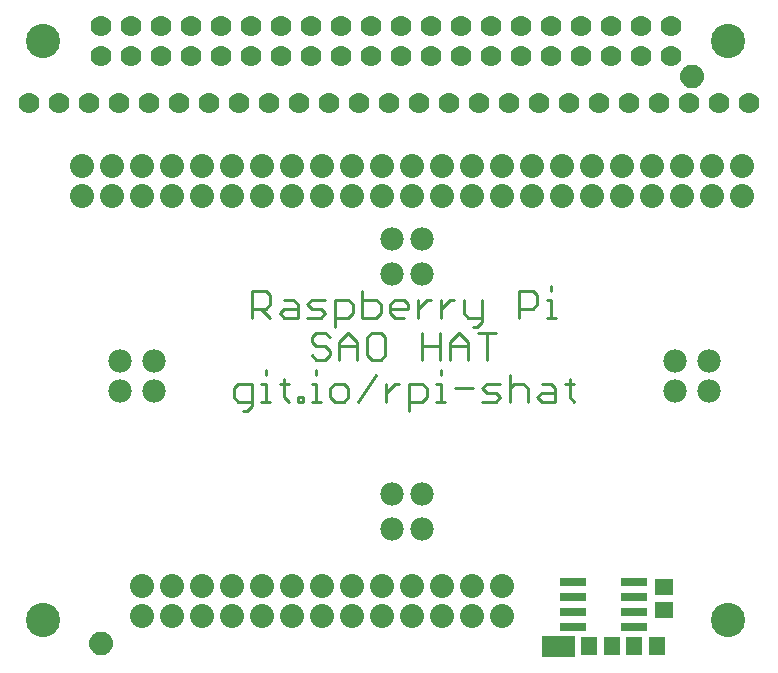
<source format=gts>
G04 EAGLE Gerber X2 export*
G75*
%MOMM*%
%FSLAX34Y34*%
%LPD*%
%AMOC8*
5,1,8,0,0,1.08239X$1,22.5*%
G01*
%ADD10C,0.254000*%
%ADD11C,2.901600*%
%ADD12C,1.778000*%
%ADD13R,2.301600X0.701600*%
%ADD14R,1.401600X1.601600*%
%ADD15R,1.601600X1.401600*%
%ADD16R,1.270000X1.701800*%
%ADD17R,0.736600X0.304800*%
%ADD18C,1.101600*%
%ADD19C,0.500000*%
%ADD20C,1.981200*%
%ADD21C,2.032000*%

G36*
X483988Y3826D02*
X483988Y3826D01*
X484107Y3833D01*
X484145Y3846D01*
X484186Y3851D01*
X484296Y3894D01*
X484409Y3931D01*
X484444Y3953D01*
X484481Y3968D01*
X484577Y4038D01*
X484678Y4101D01*
X484706Y4131D01*
X484739Y4154D01*
X484815Y4246D01*
X484896Y4333D01*
X484916Y4368D01*
X484941Y4399D01*
X484992Y4507D01*
X485050Y4611D01*
X485060Y4651D01*
X485077Y4687D01*
X485099Y4804D01*
X485129Y4919D01*
X485133Y4980D01*
X485137Y5000D01*
X485135Y5020D01*
X485139Y5080D01*
X485139Y20320D01*
X485124Y20438D01*
X485117Y20557D01*
X485104Y20595D01*
X485099Y20636D01*
X485056Y20746D01*
X485019Y20859D01*
X484997Y20894D01*
X484982Y20931D01*
X484913Y21027D01*
X484849Y21128D01*
X484819Y21156D01*
X484796Y21189D01*
X484704Y21265D01*
X484617Y21346D01*
X484582Y21366D01*
X484551Y21391D01*
X484443Y21442D01*
X484339Y21500D01*
X484299Y21510D01*
X484263Y21527D01*
X484146Y21549D01*
X484031Y21579D01*
X483971Y21583D01*
X483951Y21587D01*
X483930Y21585D01*
X483870Y21589D01*
X458470Y21589D01*
X458352Y21574D01*
X458233Y21567D01*
X458195Y21554D01*
X458154Y21549D01*
X458044Y21506D01*
X457931Y21469D01*
X457896Y21447D01*
X457859Y21432D01*
X457763Y21363D01*
X457662Y21299D01*
X457634Y21269D01*
X457601Y21246D01*
X457526Y21154D01*
X457444Y21067D01*
X457424Y21032D01*
X457399Y21001D01*
X457348Y20893D01*
X457290Y20789D01*
X457280Y20749D01*
X457263Y20713D01*
X457241Y20596D01*
X457211Y20481D01*
X457207Y20421D01*
X457203Y20401D01*
X457204Y20394D01*
X457203Y20392D01*
X457204Y20376D01*
X457201Y20320D01*
X457201Y5080D01*
X457216Y4962D01*
X457223Y4843D01*
X457236Y4805D01*
X457241Y4764D01*
X457284Y4654D01*
X457321Y4541D01*
X457343Y4506D01*
X457358Y4469D01*
X457428Y4373D01*
X457491Y4272D01*
X457521Y4244D01*
X457544Y4211D01*
X457636Y4136D01*
X457723Y4054D01*
X457758Y4034D01*
X457789Y4009D01*
X457897Y3958D01*
X458001Y3900D01*
X458041Y3890D01*
X458077Y3873D01*
X458194Y3851D01*
X458309Y3821D01*
X458370Y3817D01*
X458390Y3813D01*
X458410Y3815D01*
X458470Y3811D01*
X483870Y3811D01*
X483988Y3826D01*
G37*
D10*
X211638Y290830D02*
X211638Y313710D01*
X223078Y313710D01*
X226891Y309896D01*
X226891Y302270D01*
X223078Y298457D01*
X211638Y298457D01*
X219265Y298457D02*
X226891Y290830D01*
X238839Y306083D02*
X246466Y306083D01*
X250279Y302270D01*
X250279Y290830D01*
X238839Y290830D01*
X235026Y294643D01*
X238839Y298457D01*
X250279Y298457D01*
X258414Y290830D02*
X269854Y290830D01*
X273667Y294643D01*
X269854Y298457D01*
X262227Y298457D01*
X258414Y302270D01*
X262227Y306083D01*
X273667Y306083D01*
X281802Y306083D02*
X281802Y283204D01*
X281802Y306083D02*
X293242Y306083D01*
X297055Y302270D01*
X297055Y294643D01*
X293242Y290830D01*
X281802Y290830D01*
X305190Y290830D02*
X305190Y313710D01*
X305190Y290830D02*
X316630Y290830D01*
X320443Y294643D01*
X320443Y302270D01*
X316630Y306083D01*
X305190Y306083D01*
X332391Y290830D02*
X340018Y290830D01*
X332391Y290830D02*
X328578Y294643D01*
X328578Y302270D01*
X332391Y306083D01*
X340018Y306083D01*
X343831Y302270D01*
X343831Y298457D01*
X328578Y298457D01*
X351966Y306083D02*
X351966Y290830D01*
X351966Y298457D02*
X359592Y306083D01*
X363406Y306083D01*
X371456Y306083D02*
X371456Y290830D01*
X371456Y298457D02*
X379082Y306083D01*
X382896Y306083D01*
X390946Y306083D02*
X390946Y294643D01*
X394759Y290830D01*
X406199Y290830D01*
X406199Y287017D02*
X406199Y306083D01*
X406199Y287017D02*
X402386Y283204D01*
X398572Y283204D01*
X437722Y290830D02*
X437722Y313710D01*
X449162Y313710D01*
X452975Y309896D01*
X452975Y302270D01*
X449162Y298457D01*
X437722Y298457D01*
X461110Y306083D02*
X464923Y306083D01*
X464923Y290830D01*
X461110Y290830D02*
X468736Y290830D01*
X464923Y313710D02*
X464923Y317523D01*
X277565Y274336D02*
X273752Y278150D01*
X266125Y278150D01*
X262312Y274336D01*
X262312Y270523D01*
X266125Y266710D01*
X273752Y266710D01*
X277565Y262897D01*
X277565Y259083D01*
X273752Y255270D01*
X266125Y255270D01*
X262312Y259083D01*
X285700Y255270D02*
X285700Y270523D01*
X293327Y278150D01*
X300953Y270523D01*
X300953Y255270D01*
X300953Y266710D02*
X285700Y266710D01*
X312901Y278150D02*
X320528Y278150D01*
X312901Y278150D02*
X309088Y274336D01*
X309088Y259083D01*
X312901Y255270D01*
X320528Y255270D01*
X324341Y259083D01*
X324341Y274336D01*
X320528Y278150D01*
X355864Y278150D02*
X355864Y255270D01*
X355864Y266710D02*
X371117Y266710D01*
X371117Y278150D02*
X371117Y255270D01*
X379252Y255270D02*
X379252Y270523D01*
X386878Y278150D01*
X394505Y270523D01*
X394505Y255270D01*
X394505Y266710D02*
X379252Y266710D01*
X410266Y255270D02*
X410266Y278150D01*
X402640Y278150D02*
X417893Y278150D01*
X207486Y212084D02*
X203673Y212084D01*
X207486Y212084D02*
X211299Y215897D01*
X211299Y234963D01*
X199859Y234963D01*
X196046Y231150D01*
X196046Y223523D01*
X199859Y219710D01*
X211299Y219710D01*
X219434Y234963D02*
X223247Y234963D01*
X223247Y219710D01*
X219434Y219710D02*
X227061Y219710D01*
X223247Y242590D02*
X223247Y246403D01*
X238839Y238776D02*
X238839Y223523D01*
X242653Y219710D01*
X242653Y234963D02*
X235026Y234963D01*
X250618Y223523D02*
X250618Y219710D01*
X250618Y223523D02*
X254431Y223523D01*
X254431Y219710D01*
X250618Y219710D01*
X262312Y234963D02*
X266125Y234963D01*
X266125Y219710D01*
X262312Y219710D02*
X269938Y219710D01*
X266125Y242590D02*
X266125Y246403D01*
X281717Y219710D02*
X289344Y219710D01*
X293157Y223523D01*
X293157Y231150D01*
X289344Y234963D01*
X281717Y234963D01*
X277904Y231150D01*
X277904Y223523D01*
X281717Y219710D01*
X301292Y219710D02*
X316545Y242590D01*
X324680Y234963D02*
X324680Y219710D01*
X324680Y227337D02*
X332306Y234963D01*
X336120Y234963D01*
X344170Y234963D02*
X344170Y212084D01*
X344170Y234963D02*
X355610Y234963D01*
X359423Y231150D01*
X359423Y223523D01*
X355610Y219710D01*
X344170Y219710D01*
X367558Y234963D02*
X371371Y234963D01*
X371371Y219710D01*
X367558Y219710D02*
X375184Y219710D01*
X371371Y242590D02*
X371371Y246403D01*
X383150Y231150D02*
X398403Y231150D01*
X406538Y219710D02*
X417978Y219710D01*
X421791Y223523D01*
X417978Y227337D01*
X410351Y227337D01*
X406538Y231150D01*
X410351Y234963D01*
X421791Y234963D01*
X429926Y242590D02*
X429926Y219710D01*
X429926Y231150D02*
X433739Y234963D01*
X441365Y234963D01*
X445179Y231150D01*
X445179Y219710D01*
X457127Y234963D02*
X464753Y234963D01*
X468567Y231150D01*
X468567Y219710D01*
X457127Y219710D01*
X453314Y223523D01*
X457127Y227337D01*
X468567Y227337D01*
X480515Y223523D02*
X480515Y238776D01*
X480515Y223523D02*
X484328Y219710D01*
X484328Y234963D02*
X476702Y234963D01*
D11*
X35000Y35000D03*
X35000Y525000D03*
X615000Y525000D03*
X615000Y35000D03*
D12*
X83700Y512300D03*
X83700Y537700D03*
X109100Y512300D03*
X109100Y537700D03*
X134500Y512300D03*
X134500Y537700D03*
X159900Y512300D03*
X159900Y537700D03*
X185300Y512300D03*
X185300Y537700D03*
X210700Y512300D03*
X210700Y537700D03*
X236100Y512300D03*
X236100Y537700D03*
X261500Y512300D03*
X261500Y537700D03*
X286900Y512300D03*
X286900Y537700D03*
X312300Y512300D03*
X312300Y537700D03*
X337700Y512300D03*
X337700Y537700D03*
X363100Y512300D03*
X363100Y537700D03*
X388500Y512300D03*
X388500Y537700D03*
X413900Y512300D03*
X413900Y537700D03*
X439300Y512300D03*
X439300Y537700D03*
X464700Y512300D03*
X464700Y537700D03*
X490100Y512300D03*
X490100Y537700D03*
X515500Y512300D03*
X515500Y537700D03*
X540900Y512300D03*
X540900Y537700D03*
X566300Y512300D03*
X566300Y537700D03*
X22860Y472440D03*
X48260Y472440D03*
X73660Y472440D03*
X99060Y472440D03*
X124460Y472440D03*
X149860Y472440D03*
X175260Y472440D03*
X200660Y472440D03*
X226060Y472440D03*
X251460Y472440D03*
X276860Y472440D03*
X302260Y472440D03*
X327660Y472440D03*
X353060Y472440D03*
X378460Y472440D03*
X403860Y472440D03*
X429260Y472440D03*
X454660Y472440D03*
X480060Y472440D03*
X505460Y472440D03*
X530860Y472440D03*
X556260Y472440D03*
X581660Y472440D03*
X607060Y472440D03*
X632460Y472440D03*
D13*
X483270Y54610D03*
X535270Y54610D03*
X483270Y67310D03*
X483270Y41910D03*
X483270Y29210D03*
X535270Y67310D03*
X535270Y41910D03*
X535270Y29210D03*
D14*
X554330Y12700D03*
X535330Y12700D03*
D15*
X560070Y43840D03*
X560070Y62840D03*
D14*
X497230Y12700D03*
X516230Y12700D03*
D16*
X463550Y12700D03*
X478790Y12700D03*
D17*
X471170Y12700D03*
D18*
X83820Y15240D03*
D19*
X83820Y22740D02*
X83639Y22738D01*
X83458Y22731D01*
X83277Y22720D01*
X83096Y22705D01*
X82916Y22685D01*
X82736Y22661D01*
X82557Y22633D01*
X82379Y22600D01*
X82202Y22563D01*
X82025Y22522D01*
X81850Y22477D01*
X81675Y22427D01*
X81502Y22373D01*
X81331Y22315D01*
X81160Y22253D01*
X80992Y22186D01*
X80825Y22116D01*
X80659Y22042D01*
X80496Y21963D01*
X80335Y21881D01*
X80175Y21795D01*
X80018Y21705D01*
X79863Y21611D01*
X79710Y21514D01*
X79560Y21412D01*
X79412Y21308D01*
X79266Y21199D01*
X79124Y21088D01*
X78984Y20972D01*
X78847Y20854D01*
X78712Y20732D01*
X78581Y20607D01*
X78453Y20479D01*
X78328Y20348D01*
X78206Y20213D01*
X78088Y20076D01*
X77972Y19936D01*
X77861Y19794D01*
X77752Y19648D01*
X77648Y19500D01*
X77546Y19350D01*
X77449Y19197D01*
X77355Y19042D01*
X77265Y18885D01*
X77179Y18725D01*
X77097Y18564D01*
X77018Y18401D01*
X76944Y18235D01*
X76874Y18068D01*
X76807Y17900D01*
X76745Y17729D01*
X76687Y17558D01*
X76633Y17385D01*
X76583Y17210D01*
X76538Y17035D01*
X76497Y16858D01*
X76460Y16681D01*
X76427Y16503D01*
X76399Y16324D01*
X76375Y16144D01*
X76355Y15964D01*
X76340Y15783D01*
X76329Y15602D01*
X76322Y15421D01*
X76320Y15240D01*
X83820Y22740D02*
X84001Y22738D01*
X84182Y22731D01*
X84363Y22720D01*
X84544Y22705D01*
X84724Y22685D01*
X84904Y22661D01*
X85083Y22633D01*
X85261Y22600D01*
X85438Y22563D01*
X85615Y22522D01*
X85790Y22477D01*
X85965Y22427D01*
X86138Y22373D01*
X86309Y22315D01*
X86480Y22253D01*
X86648Y22186D01*
X86815Y22116D01*
X86981Y22042D01*
X87144Y21963D01*
X87305Y21881D01*
X87465Y21795D01*
X87622Y21705D01*
X87777Y21611D01*
X87930Y21514D01*
X88080Y21412D01*
X88228Y21308D01*
X88374Y21199D01*
X88516Y21088D01*
X88656Y20972D01*
X88793Y20854D01*
X88928Y20732D01*
X89059Y20607D01*
X89187Y20479D01*
X89312Y20348D01*
X89434Y20213D01*
X89552Y20076D01*
X89668Y19936D01*
X89779Y19794D01*
X89888Y19648D01*
X89992Y19500D01*
X90094Y19350D01*
X90191Y19197D01*
X90285Y19042D01*
X90375Y18885D01*
X90461Y18725D01*
X90543Y18564D01*
X90622Y18401D01*
X90696Y18235D01*
X90766Y18068D01*
X90833Y17900D01*
X90895Y17729D01*
X90953Y17558D01*
X91007Y17385D01*
X91057Y17210D01*
X91102Y17035D01*
X91143Y16858D01*
X91180Y16681D01*
X91213Y16503D01*
X91241Y16324D01*
X91265Y16144D01*
X91285Y15964D01*
X91300Y15783D01*
X91311Y15602D01*
X91318Y15421D01*
X91320Y15240D01*
X91318Y15059D01*
X91311Y14878D01*
X91300Y14697D01*
X91285Y14516D01*
X91265Y14336D01*
X91241Y14156D01*
X91213Y13977D01*
X91180Y13799D01*
X91143Y13622D01*
X91102Y13445D01*
X91057Y13270D01*
X91007Y13095D01*
X90953Y12922D01*
X90895Y12751D01*
X90833Y12580D01*
X90766Y12412D01*
X90696Y12245D01*
X90622Y12079D01*
X90543Y11916D01*
X90461Y11755D01*
X90375Y11595D01*
X90285Y11438D01*
X90191Y11283D01*
X90094Y11130D01*
X89992Y10980D01*
X89888Y10832D01*
X89779Y10686D01*
X89668Y10544D01*
X89552Y10404D01*
X89434Y10267D01*
X89312Y10132D01*
X89187Y10001D01*
X89059Y9873D01*
X88928Y9748D01*
X88793Y9626D01*
X88656Y9508D01*
X88516Y9392D01*
X88374Y9281D01*
X88228Y9172D01*
X88080Y9068D01*
X87930Y8966D01*
X87777Y8869D01*
X87622Y8775D01*
X87465Y8685D01*
X87305Y8599D01*
X87144Y8517D01*
X86981Y8438D01*
X86815Y8364D01*
X86648Y8294D01*
X86480Y8227D01*
X86309Y8165D01*
X86138Y8107D01*
X85965Y8053D01*
X85790Y8003D01*
X85615Y7958D01*
X85438Y7917D01*
X85261Y7880D01*
X85083Y7847D01*
X84904Y7819D01*
X84724Y7795D01*
X84544Y7775D01*
X84363Y7760D01*
X84182Y7749D01*
X84001Y7742D01*
X83820Y7740D01*
X83639Y7742D01*
X83458Y7749D01*
X83277Y7760D01*
X83096Y7775D01*
X82916Y7795D01*
X82736Y7819D01*
X82557Y7847D01*
X82379Y7880D01*
X82202Y7917D01*
X82025Y7958D01*
X81850Y8003D01*
X81675Y8053D01*
X81502Y8107D01*
X81331Y8165D01*
X81160Y8227D01*
X80992Y8294D01*
X80825Y8364D01*
X80659Y8438D01*
X80496Y8517D01*
X80335Y8599D01*
X80175Y8685D01*
X80018Y8775D01*
X79863Y8869D01*
X79710Y8966D01*
X79560Y9068D01*
X79412Y9172D01*
X79266Y9281D01*
X79124Y9392D01*
X78984Y9508D01*
X78847Y9626D01*
X78712Y9748D01*
X78581Y9873D01*
X78453Y10001D01*
X78328Y10132D01*
X78206Y10267D01*
X78088Y10404D01*
X77972Y10544D01*
X77861Y10686D01*
X77752Y10832D01*
X77648Y10980D01*
X77546Y11130D01*
X77449Y11283D01*
X77355Y11438D01*
X77265Y11595D01*
X77179Y11755D01*
X77097Y11916D01*
X77018Y12079D01*
X76944Y12245D01*
X76874Y12412D01*
X76807Y12580D01*
X76745Y12751D01*
X76687Y12922D01*
X76633Y13095D01*
X76583Y13270D01*
X76538Y13445D01*
X76497Y13622D01*
X76460Y13799D01*
X76427Y13977D01*
X76399Y14156D01*
X76375Y14336D01*
X76355Y14516D01*
X76340Y14697D01*
X76329Y14878D01*
X76322Y15059D01*
X76320Y15240D01*
D18*
X584200Y495300D03*
D19*
X584200Y502800D02*
X584019Y502798D01*
X583838Y502791D01*
X583657Y502780D01*
X583476Y502765D01*
X583296Y502745D01*
X583116Y502721D01*
X582937Y502693D01*
X582759Y502660D01*
X582582Y502623D01*
X582405Y502582D01*
X582230Y502537D01*
X582055Y502487D01*
X581882Y502433D01*
X581711Y502375D01*
X581540Y502313D01*
X581372Y502246D01*
X581205Y502176D01*
X581039Y502102D01*
X580876Y502023D01*
X580715Y501941D01*
X580555Y501855D01*
X580398Y501765D01*
X580243Y501671D01*
X580090Y501574D01*
X579940Y501472D01*
X579792Y501368D01*
X579646Y501259D01*
X579504Y501148D01*
X579364Y501032D01*
X579227Y500914D01*
X579092Y500792D01*
X578961Y500667D01*
X578833Y500539D01*
X578708Y500408D01*
X578586Y500273D01*
X578468Y500136D01*
X578352Y499996D01*
X578241Y499854D01*
X578132Y499708D01*
X578028Y499560D01*
X577926Y499410D01*
X577829Y499257D01*
X577735Y499102D01*
X577645Y498945D01*
X577559Y498785D01*
X577477Y498624D01*
X577398Y498461D01*
X577324Y498295D01*
X577254Y498128D01*
X577187Y497960D01*
X577125Y497789D01*
X577067Y497618D01*
X577013Y497445D01*
X576963Y497270D01*
X576918Y497095D01*
X576877Y496918D01*
X576840Y496741D01*
X576807Y496563D01*
X576779Y496384D01*
X576755Y496204D01*
X576735Y496024D01*
X576720Y495843D01*
X576709Y495662D01*
X576702Y495481D01*
X576700Y495300D01*
X584200Y502800D02*
X584381Y502798D01*
X584562Y502791D01*
X584743Y502780D01*
X584924Y502765D01*
X585104Y502745D01*
X585284Y502721D01*
X585463Y502693D01*
X585641Y502660D01*
X585818Y502623D01*
X585995Y502582D01*
X586170Y502537D01*
X586345Y502487D01*
X586518Y502433D01*
X586689Y502375D01*
X586860Y502313D01*
X587028Y502246D01*
X587195Y502176D01*
X587361Y502102D01*
X587524Y502023D01*
X587685Y501941D01*
X587845Y501855D01*
X588002Y501765D01*
X588157Y501671D01*
X588310Y501574D01*
X588460Y501472D01*
X588608Y501368D01*
X588754Y501259D01*
X588896Y501148D01*
X589036Y501032D01*
X589173Y500914D01*
X589308Y500792D01*
X589439Y500667D01*
X589567Y500539D01*
X589692Y500408D01*
X589814Y500273D01*
X589932Y500136D01*
X590048Y499996D01*
X590159Y499854D01*
X590268Y499708D01*
X590372Y499560D01*
X590474Y499410D01*
X590571Y499257D01*
X590665Y499102D01*
X590755Y498945D01*
X590841Y498785D01*
X590923Y498624D01*
X591002Y498461D01*
X591076Y498295D01*
X591146Y498128D01*
X591213Y497960D01*
X591275Y497789D01*
X591333Y497618D01*
X591387Y497445D01*
X591437Y497270D01*
X591482Y497095D01*
X591523Y496918D01*
X591560Y496741D01*
X591593Y496563D01*
X591621Y496384D01*
X591645Y496204D01*
X591665Y496024D01*
X591680Y495843D01*
X591691Y495662D01*
X591698Y495481D01*
X591700Y495300D01*
X591698Y495119D01*
X591691Y494938D01*
X591680Y494757D01*
X591665Y494576D01*
X591645Y494396D01*
X591621Y494216D01*
X591593Y494037D01*
X591560Y493859D01*
X591523Y493682D01*
X591482Y493505D01*
X591437Y493330D01*
X591387Y493155D01*
X591333Y492982D01*
X591275Y492811D01*
X591213Y492640D01*
X591146Y492472D01*
X591076Y492305D01*
X591002Y492139D01*
X590923Y491976D01*
X590841Y491815D01*
X590755Y491655D01*
X590665Y491498D01*
X590571Y491343D01*
X590474Y491190D01*
X590372Y491040D01*
X590268Y490892D01*
X590159Y490746D01*
X590048Y490604D01*
X589932Y490464D01*
X589814Y490327D01*
X589692Y490192D01*
X589567Y490061D01*
X589439Y489933D01*
X589308Y489808D01*
X589173Y489686D01*
X589036Y489568D01*
X588896Y489452D01*
X588754Y489341D01*
X588608Y489232D01*
X588460Y489128D01*
X588310Y489026D01*
X588157Y488929D01*
X588002Y488835D01*
X587845Y488745D01*
X587685Y488659D01*
X587524Y488577D01*
X587361Y488498D01*
X587195Y488424D01*
X587028Y488354D01*
X586860Y488287D01*
X586689Y488225D01*
X586518Y488167D01*
X586345Y488113D01*
X586170Y488063D01*
X585995Y488018D01*
X585818Y487977D01*
X585641Y487940D01*
X585463Y487907D01*
X585284Y487879D01*
X585104Y487855D01*
X584924Y487835D01*
X584743Y487820D01*
X584562Y487809D01*
X584381Y487802D01*
X584200Y487800D01*
X584019Y487802D01*
X583838Y487809D01*
X583657Y487820D01*
X583476Y487835D01*
X583296Y487855D01*
X583116Y487879D01*
X582937Y487907D01*
X582759Y487940D01*
X582582Y487977D01*
X582405Y488018D01*
X582230Y488063D01*
X582055Y488113D01*
X581882Y488167D01*
X581711Y488225D01*
X581540Y488287D01*
X581372Y488354D01*
X581205Y488424D01*
X581039Y488498D01*
X580876Y488577D01*
X580715Y488659D01*
X580555Y488745D01*
X580398Y488835D01*
X580243Y488929D01*
X580090Y489026D01*
X579940Y489128D01*
X579792Y489232D01*
X579646Y489341D01*
X579504Y489452D01*
X579364Y489568D01*
X579227Y489686D01*
X579092Y489808D01*
X578961Y489933D01*
X578833Y490061D01*
X578708Y490192D01*
X578586Y490327D01*
X578468Y490464D01*
X578352Y490604D01*
X578241Y490746D01*
X578132Y490892D01*
X578028Y491040D01*
X577926Y491190D01*
X577829Y491343D01*
X577735Y491498D01*
X577645Y491655D01*
X577559Y491815D01*
X577477Y491976D01*
X577398Y492139D01*
X577324Y492305D01*
X577254Y492472D01*
X577187Y492640D01*
X577125Y492811D01*
X577067Y492982D01*
X577013Y493155D01*
X576963Y493330D01*
X576918Y493505D01*
X576877Y493682D01*
X576840Y493859D01*
X576807Y494037D01*
X576779Y494216D01*
X576755Y494396D01*
X576735Y494576D01*
X576720Y494757D01*
X576709Y494938D01*
X576702Y495119D01*
X576700Y495300D01*
D20*
X128778Y228600D03*
X99822Y228600D03*
X128778Y254000D03*
X99822Y254000D03*
X330200Y328422D03*
X330200Y357378D03*
X355600Y328422D03*
X355600Y357378D03*
X569722Y254000D03*
X598678Y254000D03*
X569722Y228600D03*
X598678Y228600D03*
X355600Y141478D03*
X355600Y112522D03*
X330200Y141478D03*
X330200Y112522D03*
D21*
X422910Y63500D03*
X397510Y63500D03*
X372110Y63500D03*
X346710Y63500D03*
X295910Y63500D03*
X321310Y63500D03*
X270510Y63500D03*
X245110Y63500D03*
X219710Y63500D03*
X194310Y63500D03*
X168910Y63500D03*
X143510Y63500D03*
X118110Y63500D03*
X67310Y419100D03*
X92710Y419100D03*
X118110Y419100D03*
X143510Y419100D03*
X168910Y419100D03*
X194310Y419100D03*
X219710Y419100D03*
X245110Y419100D03*
X270510Y419100D03*
X295910Y419100D03*
X321310Y419100D03*
X346710Y419100D03*
X372110Y419100D03*
X397510Y419100D03*
X422910Y419100D03*
X448310Y419100D03*
X473710Y419100D03*
X499110Y419100D03*
X524510Y419100D03*
X549910Y419100D03*
X575310Y419100D03*
X600710Y419100D03*
X626110Y419100D03*
X626110Y393700D03*
X600710Y393700D03*
X575310Y393700D03*
X549910Y393700D03*
X524510Y393700D03*
X499110Y393700D03*
X473710Y393700D03*
X448310Y393700D03*
X422910Y393700D03*
X397510Y393700D03*
X372110Y393700D03*
X346710Y393700D03*
X321310Y393700D03*
X295910Y393700D03*
X245110Y393700D03*
X270510Y393700D03*
X219710Y393700D03*
X194310Y393700D03*
X168910Y393700D03*
X143510Y393700D03*
X118110Y393700D03*
X92710Y393700D03*
X67310Y393700D03*
X118110Y38100D03*
X143510Y38100D03*
X168910Y38100D03*
X194310Y38100D03*
X219710Y38100D03*
X245110Y38100D03*
X270510Y38100D03*
X295910Y38100D03*
X321310Y38100D03*
X346710Y38100D03*
X372110Y38100D03*
X397510Y38100D03*
X422910Y38100D03*
M02*

</source>
